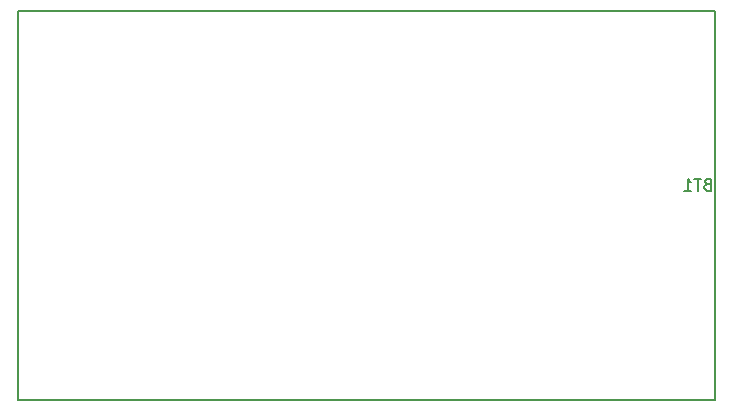
<source format=gbo>
G04 #@! TF.GenerationSoftware,KiCad,Pcbnew,5.0.2-bee76a0~70~ubuntu16.04.1*
G04 #@! TF.CreationDate,2019-02-05T22:35:56+05:30*
G04 #@! TF.ProjectId,senseBe_rev1,73656e73-6542-4655-9f72-6576312e6b69,rev?*
G04 #@! TF.SameCoordinates,Original*
G04 #@! TF.FileFunction,Legend,Bot*
G04 #@! TF.FilePolarity,Positive*
%FSLAX46Y46*%
G04 Gerber Fmt 4.6, Leading zero omitted, Abs format (unit mm)*
G04 Created by KiCad (PCBNEW 5.0.2-bee76a0~70~ubuntu16.04.1) date Tue Feb  5 22:35:56 2019*
%MOMM*%
%LPD*%
G01*
G04 APERTURE LIST*
%ADD10C,0.150000*%
G04 APERTURE END LIST*
D10*
G04 #@! TO.C,BT1*
X59500000Y-36500000D02*
X500000Y-36500000D01*
X59500000Y-3500000D02*
X59500000Y-36500000D01*
X59500000Y-3500000D02*
X500000Y-3500000D01*
X500000Y-3500000D02*
X500000Y-36500000D01*
X58824714Y-18216571D02*
X58681857Y-18264190D01*
X58634238Y-18311809D01*
X58586619Y-18407047D01*
X58586619Y-18549904D01*
X58634238Y-18645142D01*
X58681857Y-18692761D01*
X58777095Y-18740380D01*
X59158047Y-18740380D01*
X59158047Y-17740380D01*
X58824714Y-17740380D01*
X58729476Y-17788000D01*
X58681857Y-17835619D01*
X58634238Y-17930857D01*
X58634238Y-18026095D01*
X58681857Y-18121333D01*
X58729476Y-18168952D01*
X58824714Y-18216571D01*
X59158047Y-18216571D01*
X58300904Y-17740380D02*
X57729476Y-17740380D01*
X58015190Y-18740380D02*
X58015190Y-17740380D01*
X56872333Y-18740380D02*
X57443761Y-18740380D01*
X57158047Y-18740380D02*
X57158047Y-17740380D01*
X57253285Y-17883238D01*
X57348523Y-17978476D01*
X57443761Y-18026095D01*
G04 #@! TD*
M02*

</source>
